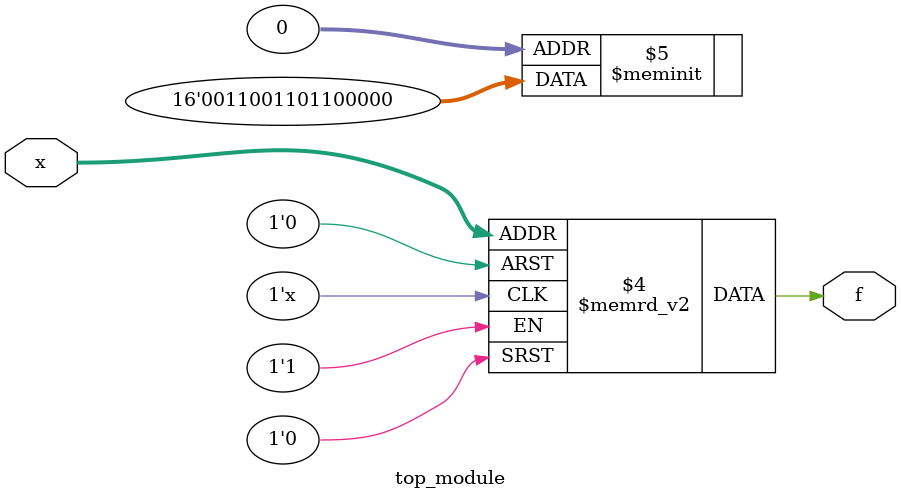
<source format=sv>
module top_module (
    input [4:1] x,
    output logic f
);

    always_comb begin
        case (x)
            4'b0000: f = 0; // d
            4'b0001: f = 0;
            4'b0010: f = 0; // d
            4'b0011: f = 0; // d
            4'b0100: f = 0;
            4'b0101: f = 1; // d
            4'b0110: f = 1;
            4'b0111: f = 0;
            4'b1000: f = 1;
            4'b1001: f = 1;
            4'b1010: f = 0;
            4'b1011: f = 0; // d
            4'b1100: f = 1;
            4'b1101: f = 1;
            4'b1110: f = 0; // d
            4'b1111: f = 0; // d
            default: f = 0; // To handle all other cases (should not occur)
        endcase
    end

endmodule

</source>
